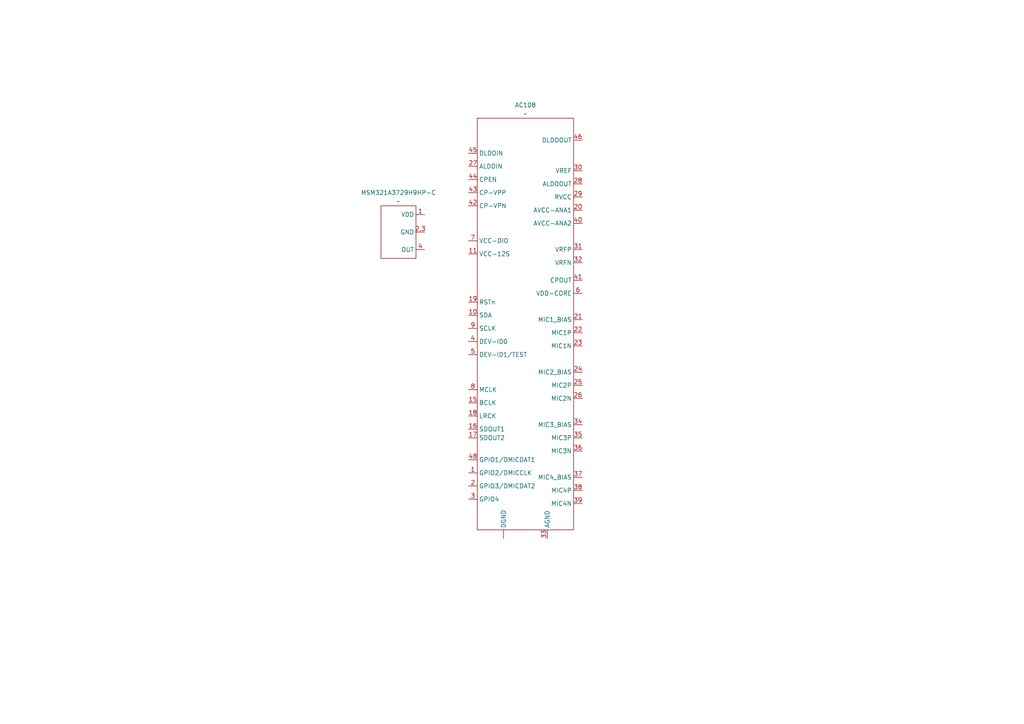
<source format=kicad_sch>
(kicad_sch (version 20231120) (generator "eeschema") (generator_version "8.0")
  (paper "A4")
  (lib_symbols
    (symbol "test:AC108"
      (property "Reference" "AC108" (at 0 65.024 0))
      (symbol "AC108_0_1"
        (rectangle (start -13.97 55.88) (end 13.97 -63.5))
      )
      (symbol "AC108_1_1"
        (pin power_in line (at -6.35 -66.04 90) (length 2.54) (name "DGND") (number ""))
        (pin bidirectional line (at -16.51 -46.99 0) (length 2.54) (name "GPIO2/DMICCLK") (number "1"))
        (pin bidirectional line (at -16.51 -1.27 0) (length 2.54) (name "SDA") (number "10"))
        (pin power_in line (at -16.51 16.51 0) (length 2.54) (name "VCC-12S") (number "11"))
        (pin bidirectional line (at -16.51 -26.67 0) (length 2.54) (name "BCLK") (number "15"))
        (pin output line (at -16.51 -34.29 0) (length 2.54) (name "SDOUT1") (number "16"))
        (pin output line (at -16.51 -36.83 0) (length 2.54) (name "SDOUT2") (number "17"))
        (pin bidirectional line (at -16.51 -30.48 0) (length 2.54) (name "LRCK") (number "18"))
        (pin input line (at -16.51 2.54 0) (length 2.54) (name "RSTn") (number "19"))
        (pin bidirectional line (at -16.51 -50.8 0) (length 2.54) (name "GPIO3/DMICDAT2") (number "2"))
        (pin power_in line (at 16.51 29.21 180) (length 2.54) (name "AVCC-ANA1") (number "20"))
        (pin output line (at 16.51 -2.54 180) (length 2.54) (name "MIC1_BIAS") (number "21"))
        (pin input line (at 16.51 -6.35 180) (length 2.54) (name "MIC1P") (number "22"))
        (pin input line (at 16.51 -10.16 180) (length 2.54) (name "MIC1N") (number "23"))
        (pin output line (at 16.51 -17.78 180) (length 2.54) (name "MIC2_BIAS") (number "24"))
        (pin input line (at 16.51 -21.59 180) (length 2.54) (name "MIC2P") (number "25"))
        (pin input line (at 16.51 -25.4 180) (length 2.54) (name "MIC2N") (number "26"))
        (pin power_in line (at -16.51 41.91 0) (length 2.54) (name "ALDOIN") (number "27"))
        (pin power_out line (at 16.51 36.83 180) (length 2.54) (name "ALDOOUT") (number "28"))
        (pin power_in line (at 16.51 33.02 180) (length 2.54) (name "RVCC") (number "29"))
        (pin bidirectional line (at -16.51 -54.61 0) (length 2.54) (name "GPIO4") (number "3"))
        (pin output line (at 16.51 40.64 180) (length 2.54) (name "VREF") (number "30"))
        (pin output line (at 16.51 17.78 180) (length 2.54) (name "VRFP") (number "31"))
        (pin output line (at 16.51 13.97 180) (length 2.54) (name "VRFN") (number "32"))
        (pin power_in line (at 6.35 -66.04 90) (length 2.54) (name "AGND") (number "33"))
        (pin output line (at 16.51 -33.02 180) (length 2.54) (name "MIC3_BIAS") (number "34"))
        (pin input line (at 16.51 -36.83 180) (length 2.54) (name "MIC3P") (number "35"))
        (pin input line (at 16.51 -40.64 180) (length 2.54) (name "MIC3N") (number "36"))
        (pin output line (at 16.51 -48.26 180) (length 2.54) (name "MIC4_BIAS") (number "37"))
        (pin input line (at 16.51 -52.07 180) (length 2.54) (name "MIC4P") (number "38"))
        (pin input line (at 16.51 -55.88 180) (length 2.54) (name "MIC4N") (number "39"))
        (pin input line (at -16.51 -8.89 0) (length 2.54) (name "DEV-ID0") (number "4"))
        (pin power_in line (at 16.51 25.4 180) (length 2.54) (name "AVCC-ANA2") (number "40"))
        (pin power_out line (at 16.51 8.89 180) (length 2.54) (name "CPOUT") (number "41"))
        (pin bidirectional line (at -16.51 30.48 0) (length 2.54) (name "CP-VPN") (number "42"))
        (pin bidirectional line (at -16.51 34.29 0) (length 2.54) (name "CP-VPP") (number "43"))
        (pin input line (at -16.51 38.1 0) (length 2.54) (name "CPEN") (number "44"))
        (pin power_in line (at -16.51 45.72 0) (length 2.54) (name "DLDOIN") (number "45"))
        (pin power_out line (at 16.51 49.53 180) (length 2.54) (name "DLDOOUT") (number "46"))
        (pin bidirectional line (at -16.51 -43.18 0) (length 2.54) (name "GPIO1/DMICDAT1") (number "48"))
        (pin input line (at -16.51 -12.7 0) (length 2.54) (name "DEV-ID1/TEST") (number "5"))
        (pin power_out line (at 16.51 5.08 180) (length 2.54) (name "VDD-CORE") (number "6"))
        (pin power_in line (at -16.51 20.32 0) (length 2.54) (name "VCC-DIO") (number "7"))
        (pin input line (at -16.51 -22.86 0) (length 2.54) (name "MCLK") (number "8"))
        (pin input line (at -16.51 -5.08 0) (length 2.54) (name "SCLK") (number "9"))
      )
    )
    (symbol "test:mic"
      (property "Reference" "MSM321A3729H9HP-C" (at 0 11.43 0))
      (symbol "mic_0_1"
        (rectangle (start -5.08 7.62) (end 5.08 -7.62))
      )
      (symbol "mic_1_1"
        (pin power_in line (at 7.62 5.08 180) (length 2.54) (name "VDD") (number "1"))
        (pin power_in line (at 7.62 0 180) (length 2.54) (name "GND") (number "2,3"))
        (pin output line (at 7.62 -5.08 180) (length 2.54) (name "OUT") (number "4"))
      )
    )
  )
  (symbol (lib_id "test:AC108") (at 152.4 90.17 0) (unit 1)
    (property "Reference" "AC108" (at 152.4 30.48 0))
    (property "Value" "~" (at 152.4 33.02 0))
    (property "Footprint" "Library:AC108" (effects (hide yes)))
  )
  (symbol (lib_id "test:mic") (at 115.57 67.31 0) (unit 1)
    (property "Reference" "MSM321A3729H9HP-C" (at 115.57 55.88 0))
    (property "Value" "~" (at 115.57 58.42 0))
    (property "Footprint" "Library:MSM321A3729H8HP-C_FP" (effects (hide yes)))
  )
)
</source>
